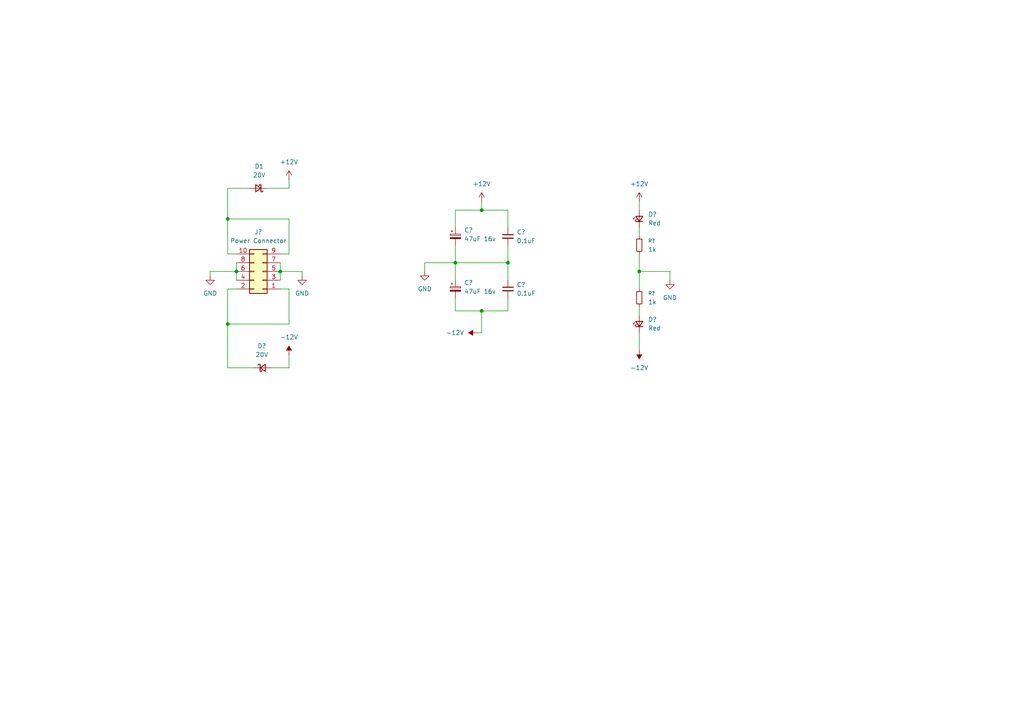
<source format=kicad_sch>
(kicad_sch (version 20250114) (generator "eeschema") (generator_version "9.0")
  (paper "A4")
  (lib_symbols
    (symbol "Connector_Generic:Conn_02x05_Odd_Even" (pin_names (offset 1.016) (hide yes))
      (property "Reference" "J" (at 1.27 7.62 0))
      (property "Value" "Conn_02x05_Odd_Even" (at 1.27 -7.62 0))
      (symbol "Conn_02x05_Odd_Even_1_1"
        (rectangle (start -1.27 6.35) (end 3.81 -6.35) (stroke (width 0.254)) (fill (type background)))
        (rectangle (start -1.27 5.207) (end 0 4.953) (stroke (width 0.1524)))
        (rectangle (start -1.27 2.667) (end 0 2.413) (stroke (width 0.1524)))
        (rectangle (start -1.27 0.127) (end 0 -0.127) (stroke (width 0.1524)))
        (rectangle (start -1.27 -2.413) (end 0 -2.667) (stroke (width 0.1524)))
        (rectangle (start -1.27 -4.953) (end 0 -5.207) (stroke (width 0.1524)))
        (rectangle (start 3.81 5.207) (end 2.54 4.953) (stroke (width 0.1524)))
        (rectangle (start 3.81 2.667) (end 2.54 2.413) (stroke (width 0.1524)))
        (rectangle (start 3.81 0.127) (end 2.54 -0.127) (stroke (width 0.1524)))
        (rectangle (start 3.81 -2.413) (end 2.54 -2.667) (stroke (width 0.1524)))
        (rectangle (start 3.81 -4.953) (end 2.54 -5.207) (stroke (width 0.1524)))
        (pin passive line (at -5.08 5.08 0) (length 3.81) (name "Pin_1") (number "1"))
        (pin passive line (at -5.08 2.54 0) (length 3.81) (name "Pin_3") (number "3"))
        (pin passive line (at -5.08 0 0) (length 3.81) (name "Pin_5") (number "5"))
        (pin passive line (at -5.08 -2.54 0) (length 3.81) (name "Pin_7") (number "7"))
        (pin passive line (at -5.08 -5.08 0) (length 3.81) (name "Pin_9") (number "9"))
        (pin passive line (at 7.62 5.08 180) (length 3.81) (name "Pin_2") (number "2"))
        (pin passive line (at 7.62 2.54 180) (length 3.81) (name "Pin_4") (number "4"))
        (pin passive line (at 7.62 0 180) (length 3.81) (name "Pin_6") (number "6"))
        (pin passive line (at 7.62 -2.54 180) (length 3.81) (name "Pin_8") (number "8"))
        (pin passive line (at 7.62 -5.08 180) (length 3.81) (name "Pin_10") (number "10"))
      )
    )
    (symbol "Device:C_Polarized_Small" (pin_numbers (hide yes)) (pin_names (offset 0.254) (hide yes))
      (property "Reference" "C" (at 0.254 1.778 0))
      (property "Value" "C_Polarized_Small" (at 0.254 -2.032 0))
      (symbol "C_Polarized_Small_0_1"
        (rectangle (start -1.524 0.6858) (end 1.524 0.3048))
        (rectangle (start -1.524 -0.3048) (end 1.524 -0.6858) (fill (type outline)))
        (polyline (pts (xy -1.27 1.524) (xy -0.762 1.524)))
        (polyline (pts (xy -1.016 1.27) (xy -1.016 1.778)))
      )
      (symbol "C_Polarized_Small_1_1"
        (pin passive line (at 0 2.54 270) (length 1.8542) (name "~") (number "1"))
        (pin passive line (at 0 -2.54 90) (length 1.8542) (name "~") (number "2"))
      )
    )
    (symbol "Device:C_Small" (pin_numbers (hide yes)) (pin_names (offset 0.254) (hide yes))
      (property "Reference" "C" (at 0.254 1.778 0))
      (property "Value" "C_Small" (at 0.254 -2.032 0))
      (symbol "C_Small_0_1"
        (polyline (pts (xy -1.524 0.508) (xy 1.524 0.508)) (stroke (width 0.3048)))
        (polyline (pts (xy -1.524 -0.508) (xy 1.524 -0.508)) (stroke (width 0.3302)))
      )
      (symbol "C_Small_1_1"
        (pin passive line (at 0 2.54 270) (length 2.032) (name "~") (number "1"))
        (pin passive line (at 0 -2.54 90) (length 2.032) (name "~") (number "2"))
      )
    )
    (symbol "Device:D_Schottky_Small" (pin_numbers (hide yes)) (pin_names (offset 0.254) (hide yes))
      (property "Reference" "D" (at -1.27 2.032 0))
      (property "Value" "D_Schottky_Small" (at -7.112 -2.032 0))
      (symbol "D_Schottky_Small_0_1"
        (polyline (pts (xy -1.27 0.762) (xy -1.27 1.016) (xy -0.762 1.016) (xy -0.762 -1.016) (xy -0.254 -1.016) (xy -0.254 -0.762)) (stroke (width 0.254)))
        (polyline (pts (xy -0.762 0) (xy 0.762 0)))
        (polyline (pts (xy 0.762 -1.016) (xy -0.762 0) (xy 0.762 1.016) (xy 0.762 -1.016)) (stroke (width 0.254)))
      )
      (symbol "D_Schottky_Small_1_1"
        (pin passive line (at -2.54 0 0) (length 1.778) (name "K") (number "1"))
        (pin passive line (at 2.54 0 180) (length 1.778) (name "A") (number "2"))
      )
    )
    (symbol "Device:LED_Small" (pin_numbers (hide yes)) (pin_names (offset 0.254) (hide yes))
      (property "Reference" "D" (at -1.27 3.175 0))
      (property "Value" "LED_Small" (at -4.445 -2.54 0))
      (symbol "LED_Small_0_1"
        (polyline (pts (xy -0.762 -1.016) (xy -0.762 1.016)) (stroke (width 0.254)))
        (polyline (pts (xy 0 0.762) (xy -0.508 1.27) (xy -0.254 1.27) (xy -0.508 1.27) (xy -0.508 1.016)))
        (polyline (pts (xy 0.508 1.27) (xy 0 1.778) (xy 0.254 1.778) (xy 0 1.778) (xy 0 1.524)))
        (polyline (pts (xy 0.762 -1.016) (xy -0.762 0) (xy 0.762 1.016) (xy 0.762 -1.016)) (stroke (width 0.254)))
        (polyline (pts (xy 1.016 0) (xy -0.762 0)))
      )
      (symbol "LED_Small_1_1"
        (pin passive line (at -2.54 0 0) (length 1.778) (name "K") (number "1"))
        (pin passive line (at 2.54 0 180) (length 1.778) (name "A") (number "2"))
      )
    )
    (symbol "Device:R_Small" (pin_numbers (hide yes)) (pin_names (offset 0.254) (hide yes))
      (property "Reference" "R" (at 0 0 90))
      (property "Value" "R_Small" (at 1.778 0 90))
      (symbol "R_Small_0_1"
        (rectangle (start -0.762 1.778) (end 0.762 -1.778) (stroke (width 0.2032)))
      )
      (symbol "R_Small_1_1"
        (pin passive line (at 0 2.54 270) (length 0.762) (name "~") (number "1"))
        (pin passive line (at 0 -2.54 90) (length 0.762) (name "~") (number "2"))
      )
    )
    (symbol "power:+12V" (power) (pin_numbers (hide yes)) (pin_names (offset 0) (hide yes))
      (property "Value" "+12V" (at 0 3.556 0))
      (symbol "+12V_0_1"
        (polyline (pts (xy -0.762 1.27) (xy 0 2.54)))
        (polyline (pts (xy 0 2.54) (xy 0.762 1.27)))
        (polyline (pts (xy 0 0) (xy 0 2.54)))
      )
      (symbol "+12V_1_1"
        (pin power_in line (at 0 0 90) (length 0) (name "~") (number "1"))
      )
    )
    (symbol "power:-12V" (power) (pin_numbers (hide yes)) (pin_names (offset 0) (hide yes))
      (property "Value" "-12V" (at 0 3.556 0))
      (symbol "-12V_0_0"
        (pin power_in line (at 0 0 90) (length 0) (name "~") (number "1"))
      )
      (symbol "-12V_0_1"
        (polyline (pts (xy 0 0) (xy 0 1.27) (xy 0.762 1.27) (xy 0 2.54) (xy -0.762 1.27) (xy 0 1.27)) (fill (type outline)))
      )
    )
    (symbol "power:GND" (power) (pin_numbers (hide yes)) (pin_names (offset 0) (hide yes))
      (property "Value" "GND" (at 0 -3.81 0))
      (symbol "GND_0_1"
        (polyline (pts (xy 0 0) (xy 0 -1.27) (xy 1.27 -1.27) (xy 0 -2.54) (xy -1.27 -1.27) (xy 0 -1.27)))
      )
      (symbol "GND_1_1"
        (pin power_in line (at 0 0 270) (length 0) (name "~") (number "1"))
      )
    )
  )
  (junction (at 185.42 78.74))
  (junction (at 68.58 78.74))
  (junction (at 132.08 76.2))
  (junction (at 139.7 90.17))
  (junction (at 81.28 78.74))
  (junction (at 147.32 76.2))
  (junction (at 66.04 93.98))
  (junction (at 139.7 60.96))
  (junction (at 66.04 63.5))
  (wire (pts (xy 81.28 78.74) (xy 81.28 81.28)))
  (wire (pts (xy 139.7 60.96) (xy 147.32 60.96)))
  (wire (pts (xy 132.08 90.17) (xy 139.7 90.17)))
  (wire (pts (xy 87.63 78.74) (xy 87.63 80.01)))
  (wire (pts (xy 66.04 54.61) (xy 72.39 54.61)))
  (wire (pts (xy 83.82 102.87) (xy 83.82 106.68)))
  (wire (pts (xy 66.04 93.98) (xy 83.82 93.98)))
  (wire (pts (xy 66.04 63.5) (xy 83.82 63.5)))
  (wire (pts (xy 66.04 73.66) (xy 66.04 63.5)))
  (wire (pts (xy 66.04 83.82) (xy 66.04 93.98)))
  (wire (pts (xy 66.04 73.66) (xy 68.58 73.66)))
  (wire (pts (xy 132.08 71.12) (xy 132.08 76.2)))
  (wire (pts (xy 139.7 60.96) (xy 132.08 60.96)))
  (wire (pts (xy 139.7 90.17) (xy 147.32 90.17)))
  (wire (pts (xy 60.96 80.01) (xy 60.96 78.74)))
  (wire (pts (xy 83.82 83.82) (xy 83.82 93.98)))
  (wire (pts (xy 66.04 83.82) (xy 68.58 83.82)))
  (wire (pts (xy 185.42 88.9) (xy 185.42 91.44)))
  (wire (pts (xy 132.08 86.36) (xy 132.08 90.17)))
  (wire (pts (xy 185.42 73.66) (xy 185.42 78.74)))
  (wire (pts (xy 132.08 60.96) (xy 132.08 66.04)))
  (wire (pts (xy 68.58 78.74) (xy 68.58 81.28)))
  (wire (pts (xy 132.08 76.2) (xy 147.32 76.2)))
  (wire (pts (xy 185.42 58.42) (xy 185.42 60.96)))
  (wire (pts (xy 139.7 58.42) (xy 139.7 60.96)))
  (wire (pts (xy 147.32 66.04) (xy 147.32 60.96)))
  (wire (pts (xy 83.82 54.61) (xy 77.47 54.61)))
  (wire (pts (xy 83.82 63.5) (xy 83.82 73.66)))
  (wire (pts (xy 83.82 52.07) (xy 83.82 54.61)))
  (wire (pts (xy 123.19 76.2) (xy 132.08 76.2)))
  (wire (pts (xy 185.42 96.52) (xy 185.42 101.6)))
  (wire (pts (xy 83.82 83.82) (xy 81.28 83.82)))
  (wire (pts (xy 194.31 78.74) (xy 185.42 78.74)))
  (wire (pts (xy 83.82 73.66) (xy 81.28 73.66)))
  (wire (pts (xy 147.32 86.36) (xy 147.32 90.17)))
  (wire (pts (xy 66.04 106.68) (xy 66.04 93.98)))
  (wire (pts (xy 194.31 78.74) (xy 194.31 81.28)))
  (wire (pts (xy 83.82 106.68) (xy 78.74 106.68)))
  (wire (pts (xy 60.96 78.74) (xy 68.58 78.74)))
  (wire (pts (xy 147.32 76.2) (xy 147.32 81.28)))
  (wire (pts (xy 139.7 90.17) (xy 139.7 96.52)))
  (wire (pts (xy 68.58 76.2) (xy 68.58 78.74)))
  (wire (pts (xy 147.32 71.12) (xy 147.32 76.2)))
  (wire (pts (xy 81.28 78.74) (xy 87.63 78.74)))
  (wire (pts (xy 132.08 76.2) (xy 132.08 81.28)))
  (wire (pts (xy 123.19 78.74) (xy 123.19 76.2)))
  (wire (pts (xy 81.28 76.2) (xy 81.28 78.74)))
  (wire (pts (xy 139.7 96.52) (xy 138.43 96.52)))
  (wire (pts (xy 73.66 106.68) (xy 66.04 106.68)))
  (wire (pts (xy 66.04 54.61) (xy 66.04 63.5)))
  (wire (pts (xy 185.42 66.04) (xy 185.42 68.58)))
  (wire (pts (xy 185.42 78.74) (xy 185.42 83.82)))
  (symbol (lib_id "power:-12V") (at 138.43 96.52 90) (unit 1)
    (property "Reference" "#PWR030" (effects (hide yes)))
    (property "Value" "-12V" (at 134.62 96.5199 90) (effects (justify left)))
    (property "Description" "Power symbol creates a global label with name \"-12V\"" (effects (hide yes)))
  )
  (symbol (lib_id "Device:R_Small") (at 185.42 71.12 0) (unit 1)
    (property "Reference" "R?" (at 187.96 69.8499 0) (effects (font (size 1.016 1.016)) (justify left)))
    (property "Value" "1k" (at 187.96 72.3899 0) (effects (justify left)))
    (property "Footprint" "Resistor_SMD:R_0805_2012Metric_Pad1.20x1.40mm_HandSolder" (effects (hide yes)))
    (property "Description" "Resistor, small symbol" (effects (hide yes)))
  )
  (symbol (lib_id "Device:D_Schottky_Small") (at 76.2 106.68 0) (unit 1)
    (property "Reference" "D?" (at 75.946 100.33 0))
    (property "Value" "20V" (at 75.946 102.87 0))
    (property "Footprint" "Diode_SMD:D_SOD-323F" (effects (hide yes)))
    (property "Description" "Schottky diode, small symbol" (effects (hide yes)))
  )
  (symbol (lib_id "power:GND") (at 87.63 80.01 0) (unit 1)
    (property "Reference" "#PWR01" (effects (hide yes)))
    (property "Value" "GND" (at 87.63 85.09 0))
    (property "Description" "Power symbol creates a global label with name \"GND\" , ground" (effects (hide yes)))
  )
  (symbol (lib_id "Device:R_Small") (at 185.42 86.36 0) (unit 1)
    (property "Reference" "R?" (at 187.96 85.0899 0) (effects (font (size 1.016 1.016)) (justify left)))
    (property "Value" "1k" (at 187.96 87.6299 0) (effects (justify left)))
    (property "Footprint" "Resistor_SMD:R_0805_2012Metric_Pad1.20x1.40mm_HandSolder" (effects (hide yes)))
    (property "Description" "Resistor, small symbol" (effects (hide yes)))
  )
  (symbol (lib_id "Device:LED_Small") (at 185.42 93.98 90) (unit 1)
    (property "Reference" "D?" (at 187.96 92.6464 90) (effects (justify right)))
    (property "Value" "Red" (at 187.96 95.1864 90) (effects (justify right)))
    (property "Footprint" "LED_SMD:LED_0805_2012Metric_Pad1.15x1.40mm_HandSolder" (effects (hide yes)))
    (property "Description" "Light emitting diode, small symbol" (effects (hide yes)))
    (property "Sim.Pin" "1=K 2=A" (effects (hide yes)))
  )
  (symbol (lib_id "Device:C_Polarized_Small") (at 132.08 68.58 0) (unit 1)
    (property "Reference" "C?" (at 134.62 66.7638 0) (effects (justify left)))
    (property "Value" "47uF 16v" (at 134.62 69.3038 0) (effects (justify left)))
    (property "Footprint" "Capacitor_SMD:CP_Elec_6.3x5.9" (effects (hide yes)))
    (property "Description" "Polarized capacitor, small symbol" (effects (hide yes)))
  )
  (symbol (lib_id "power:+12V") (at 139.7 58.42 0) (unit 1)
    (property "Reference" "#PWR029" (effects (hide yes)))
    (property "Value" "+12V" (at 139.7 53.34 0))
    (property "Description" "Power symbol creates a global label with name \"+12V\"" (effects (hide yes)))
  )
  (symbol (lib_id "Device:LED_Small") (at 185.42 63.5 90) (unit 1)
    (property "Reference" "D?" (at 187.96 62.1664 90) (effects (justify right)))
    (property "Value" "Red" (at 187.96 64.7064 90) (effects (justify right)))
    (property "Footprint" "LED_SMD:LED_0805_2012Metric_Pad1.15x1.40mm_HandSolder" (effects (hide yes)))
    (property "Description" "Light emitting diode, small symbol" (effects (hide yes)))
    (property "Sim.Pin" "1=K 2=A" (effects (hide yes)))
  )
  (symbol (lib_id "Device:C_Small") (at 147.32 68.58 0) (unit 1)
    (property "Reference" "C?" (at 149.86 67.3162 0) (effects (justify left)))
    (property "Value" "0.1uF" (at 149.86 69.8562 0) (effects (justify left)))
    (property "Footprint" "Capacitor_SMD:C_0805_2012Metric_Pad1.18x1.45mm_HandSolder" (effects (hide yes)))
    (property "Description" "Unpolarized capacitor, small symbol" (effects (hide yes)))
  )
  (symbol (lib_id "Device:C_Polarized_Small") (at 132.08 83.82 0) (unit 1)
    (property "Reference" "C?" (at 134.62 82.0038 0) (effects (justify left)))
    (property "Value" "47uF 16v" (at 134.62 84.5438 0) (effects (justify left)))
    (property "Footprint" "Capacitor_SMD:CP_Elec_6.3x5.9" (effects (hide yes)))
    (property "Description" "Polarized capacitor, small symbol" (effects (hide yes)))
  )
  (symbol (lib_id "Device:D_Schottky_Small") (at 74.93 54.61 180) (unit 1)
    (property "Reference" "D1" (at 75.184 48.26 0))
    (property "Value" "20V" (at 75.184 50.8 0))
    (property "Footprint" "Diode_SMD:D_SOD-323F" (effects (hide yes)))
    (property "Description" "Schottky diode, small symbol" (effects (hide yes)))
  )
  (symbol (lib_id "power:GND") (at 194.31 81.28 0) (unit 1)
    (property "Reference" "#PWR?" (effects (hide yes)))
    (property "Value" "GND" (at 194.31 86.36 0))
    (property "Description" "Power symbol creates a global label with name \"GND\" , ground" (effects (hide yes)))
  )
  (symbol (lib_id "power:-12V") (at 185.42 101.6 180) (unit 1)
    (property "Reference" "#PWR?" (effects (hide yes)))
    (property "Value" "-12V" (at 185.42 106.68 0))
    (property "Description" "Power symbol creates a global label with name \"-12V\"" (effects (hide yes)))
  )
  (symbol (lib_id "power:-12V") (at 83.82 102.87 0) (unit 1)
    (property "Reference" "#PWR?" (effects (hide yes)))
    (property "Value" "-12V" (at 83.82 97.79 0))
    (property "Description" "Power symbol creates a global label with name \"-12V\"" (effects (hide yes)))
  )
  (symbol (lib_id "power:GND") (at 123.19 78.74 0) (unit 1)
    (property "Reference" "#PWR031" (effects (hide yes)))
    (property "Value" "GND" (at 123.19 83.82 0))
    (property "Description" "Power symbol creates a global label with name \"GND\" , ground" (effects (hide yes)))
  )
  (symbol (lib_id "Device:C_Small") (at 147.32 83.82 0) (unit 1)
    (property "Reference" "C?" (at 149.86 82.5562 0) (effects (justify left)))
    (property "Value" "0.1uF" (at 149.86 85.0962 0) (effects (justify left)))
    (property "Footprint" "Capacitor_SMD:C_0805_2012Metric_Pad1.18x1.45mm_HandSolder" (effects (hide yes)))
    (property "Description" "Unpolarized capacitor, small symbol" (effects (hide yes)))
  )
  (symbol (lib_id "power:+12V") (at 83.82 52.07 0) (unit 1)
    (property "Reference" "#PWR?" (effects (hide yes)))
    (property "Value" "+12V" (at 83.82 46.99 0))
    (property "Description" "Power symbol creates a global label with name \"+12V\"" (effects (hide yes)))
  )
  (symbol (lib_id "power:GND") (at 60.96 80.01 0) (unit 1)
    (property "Reference" "#PWR?" (effects (hide yes)))
    (property "Value" "GND" (at 60.96 85.09 0))
    (property "Description" "Power symbol creates a global label with name \"GND\" , ground" (effects (hide yes)))
  )
  (symbol (lib_id "power:+12V") (at 185.42 58.42 0) (unit 1)
    (property "Reference" "#PWR?" (effects (hide yes)))
    (property "Value" "+12V" (at 185.42 53.34 0))
    (property "Description" "Power symbol creates a global label with name \"+12V\"" (effects (hide yes)))
  )
  (symbol (lib_id "Connector_Generic:Conn_02x05_Odd_Even") (at 76.2 78.74 180) (unit 1)
    (property "Reference" "J?" (at 74.93 67.31 0))
    (property "Value" "Power Connector" (at 74.93 69.85 0))
    (property "Footprint" "Connector_IDC:IDC-Header_2x05_P2.54mm_Vertical" (effects (hide yes)))
    (property "Description" "Generic connector, double row, 02x05, odd/even pin numbering scheme (row 1 odd numbers, row 2 even numbers), script generated (kicad-library-utils/schlib/autogen/connector/)" (effects (hide yes)))
  )
)
</source>
